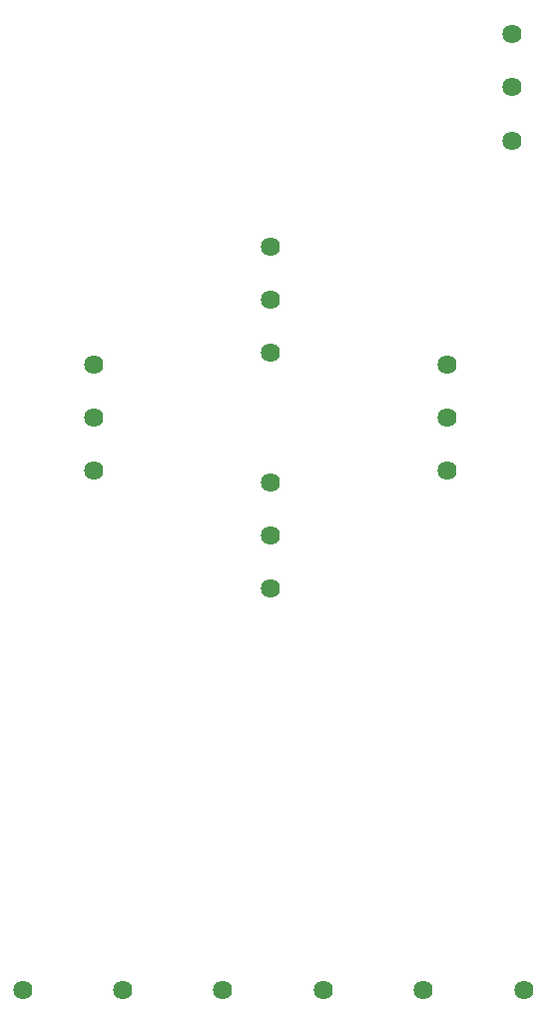
<source format=gbs>
G04 Layer: BottomSolderMaskLayer*
G04 EasyEDA v6.5.47, 2024-09-17 03:59:16*
G04 487bb63bfa8c49d2a093c741e473701e,143eb33344fd4f53ace86dd544093ce2,10*
G04 Gerber Generator version 0.2*
G04 Scale: 100 percent, Rotated: No, Reflected: No *
G04 Dimensions in millimeters *
G04 leading zeros omitted , absolute positions ,4 integer and 5 decimal *
%FSLAX45Y45*%
%MOMM*%

%ADD10C,1.6256*%

%LPD*%
D10*
G01*
X1350010Y-9349994D03*
G01*
X2199995Y-9349994D03*
G01*
X3899992Y-9349994D03*
G01*
X3049981Y-9349994D03*
G01*
X4750003Y-9349994D03*
G01*
X499998Y-9349994D03*
G01*
X1099997Y-4950002D03*
G01*
X1099997Y-4499990D03*
G01*
X2599994Y-3950004D03*
G01*
X2599994Y-3499993D03*
G01*
X4099991Y-4950002D03*
G01*
X4099991Y-4499990D03*
G01*
X2599994Y-5950000D03*
G01*
X2599994Y-5499988D03*
G01*
X4650003Y-2150008D03*
G01*
X4650003Y-1699996D03*
G01*
X1099997Y-4050004D03*
G01*
X2599994Y-3050006D03*
G01*
X4099991Y-4050004D03*
G01*
X2599994Y-5050002D03*
G01*
X4650003Y-1250010D03*
M02*

</source>
